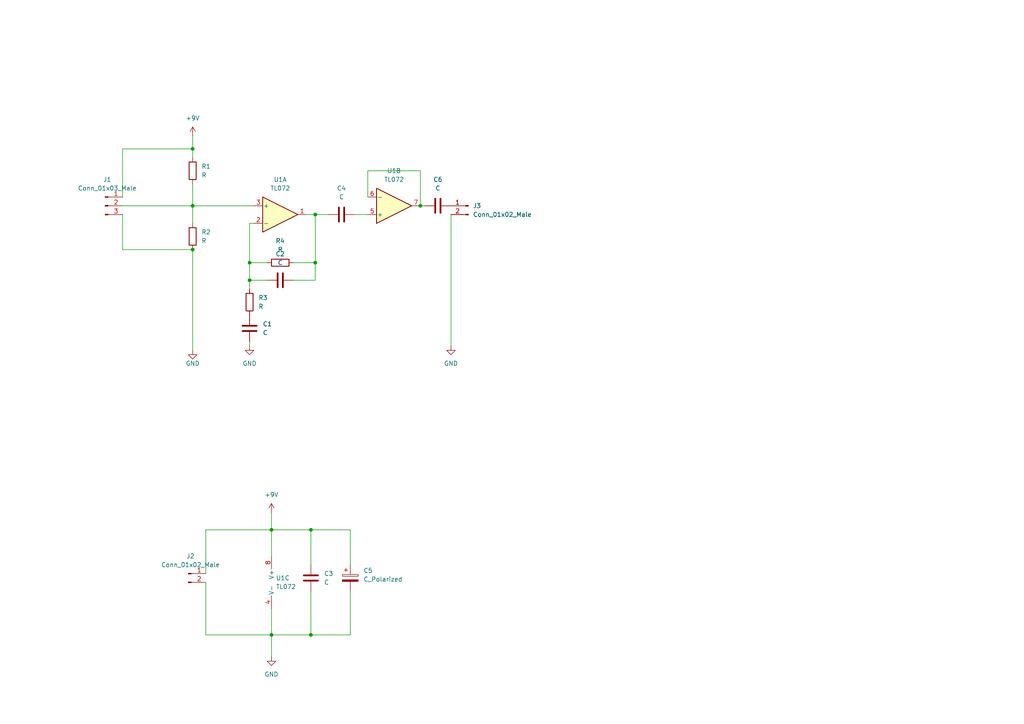
<source format=kicad_sch>
(kicad_sch (version 20211123) (generator eeschema)
  (paper "A4")
  (lib_symbols
    (symbol "Amplifier_Operational:TL072" (pin_names (offset 0.127))
      (property "Reference" "U" (at 0 5.08 0))
      (property "Value" "TL072" (at 0 -5.08 0))
      (symbol "TL072_1_1"
        (polyline (pts (xy -5.08 5.08) (xy 5.08 0) (xy -5.08 -5.08) (xy -5.08 5.08)) (stroke (width 0.254)) (fill (type background)))
        (pin output line (at 7.62 0 180) (length 2.54) (name "~") (number "1"))
        (pin input line (at -7.62 -2.54 0) (length 2.54) (name "-") (number "2"))
        (pin input line (at -7.62 2.54 0) (length 2.54) (name "+") (number "3"))
      )
      (symbol "TL072_2_1"
        (polyline (pts (xy -5.08 5.08) (xy 5.08 0) (xy -5.08 -5.08) (xy -5.08 5.08)) (stroke (width 0.254)) (fill (type background)))
        (pin input line (at -7.62 2.54 0) (length 2.54) (name "+") (number "5"))
        (pin input line (at -7.62 -2.54 0) (length 2.54) (name "-") (number "6"))
        (pin output line (at 7.62 0 180) (length 2.54) (name "~") (number "7"))
      )
      (symbol "TL072_3_1"
        (pin power_in line (at -2.54 -7.62 90) (length 3.81) (name "V-") (number "4"))
        (pin power_in line (at -2.54 7.62 270) (length 3.81) (name "V+") (number "8"))
      )
    )
    (symbol "Connector:Conn_01x02_Male" (pin_names (offset 1.016) hide)
      (property "Reference" "J" (at 0 2.54 0))
      (property "Value" "Conn_01x02_Male" (at 0 -5.08 0))
      (symbol "Conn_01x02_Male_1_1"
        (polyline (pts (xy 1.27 -2.54) (xy 0.8636 -2.54)) (stroke (width 0.1524)))
        (polyline (pts (xy 1.27 0) (xy 0.8636 0)) (stroke (width 0.1524)))
        (rectangle (start 0.8636 -2.413) (end 0 -2.667) (stroke (width 0.1524)) (fill (type outline)))
        (rectangle (start 0.8636 0.127) (end 0 -0.127) (stroke (width 0.1524)) (fill (type outline)))
        (pin passive line (at 5.08 0 180) (length 3.81) (name "Pin_1") (number "1"))
        (pin passive line (at 5.08 -2.54 180) (length 3.81) (name "Pin_2") (number "2"))
      )
    )
    (symbol "Connector:Conn_01x03_Male" (pin_names (offset 1.016) hide)
      (property "Reference" "J" (at 0 5.08 0))
      (property "Value" "Conn_01x03_Male" (at 0 -5.08 0))
      (symbol "Conn_01x03_Male_1_1"
        (polyline (pts (xy 1.27 -2.54) (xy 0.8636 -2.54)) (stroke (width 0.1524)))
        (polyline (pts (xy 1.27 0) (xy 0.8636 0)) (stroke (width 0.1524)))
        (polyline (pts (xy 1.27 2.54) (xy 0.8636 2.54)) (stroke (width 0.1524)))
        (rectangle (start 0.8636 -2.413) (end 0 -2.667) (stroke (width 0.1524)) (fill (type outline)))
        (rectangle (start 0.8636 0.127) (end 0 -0.127) (stroke (width 0.1524)) (fill (type outline)))
        (rectangle (start 0.8636 2.667) (end 0 2.413) (stroke (width 0.1524)) (fill (type outline)))
        (pin passive line (at 5.08 2.54 180) (length 3.81) (name "Pin_1") (number "1"))
        (pin passive line (at 5.08 0 180) (length 3.81) (name "Pin_2") (number "2"))
        (pin passive line (at 5.08 -2.54 180) (length 3.81) (name "Pin_3") (number "3"))
      )
    )
    (symbol "Device:C" (pin_numbers hide) (pin_names (offset 0.254))
      (property "Reference" "C" (at 0.635 2.54 0))
      (property "Value" "C" (at 0.635 -2.54 0))
      (symbol "C_0_1"
        (polyline (pts (xy -2.032 -0.762) (xy 2.032 -0.762)) (stroke (width 0.508)))
        (polyline (pts (xy -2.032 0.762) (xy 2.032 0.762)) (stroke (width 0.508)))
      )
      (symbol "C_1_1"
        (pin passive line (at 0 3.81 270) (length 2.794) (name "~") (number "1"))
        (pin passive line (at 0 -3.81 90) (length 2.794) (name "~") (number "2"))
      )
    )
    (symbol "Device:C_Polarized" (pin_numbers hide) (pin_names (offset 0.254))
      (property "Reference" "C" (at 0.635 2.54 0))
      (property "Value" "C_Polarized" (at 0.635 -2.54 0))
      (symbol "C_Polarized_0_1"
        (rectangle (start -2.286 0.508) (end 2.286 1.016))
        (polyline (pts (xy -1.778 2.286) (xy -0.762 2.286)))
        (polyline (pts (xy -1.27 2.794) (xy -1.27 1.778)))
        (rectangle (start 2.286 -0.508) (end -2.286 -1.016) (fill (type outline)))
      )
      (symbol "C_Polarized_1_1"
        (pin passive line (at 0 3.81 270) (length 2.794) (name "~") (number "1"))
        (pin passive line (at 0 -3.81 90) (length 2.794) (name "~") (number "2"))
      )
    )
    (symbol "Device:R" (pin_numbers hide) (pin_names (offset 0))
      (property "Reference" "R" (at 2.032 0 90))
      (property "Value" "R" (at 0 0 90))
      (symbol "R_0_1"
        (rectangle (start -1.016 -2.54) (end 1.016 2.54) (stroke (width 0.254)))
      )
      (symbol "R_1_1"
        (pin passive line (at 0 3.81 270) (length 1.27) (name "~") (number "1"))
        (pin passive line (at 0 -3.81 90) (length 1.27) (name "~") (number "2"))
      )
    )
    (symbol "power:+9V" (power) (pin_names (offset 0))
      (property "Value" "+9V" (at 0 3.556 0))
      (symbol "+9V_0_1"
        (polyline (pts (xy -0.762 1.27) (xy 0 2.54)))
        (polyline (pts (xy 0 0) (xy 0 2.54)))
        (polyline (pts (xy 0 2.54) (xy 0.762 1.27)))
      )
      (symbol "+9V_1_1"
        (pin power_in line (at 0 0 90) (length 0) hide (name "+9V") (number "1"))
      )
    )
    (symbol "power:GND" (power) (pin_names (offset 0))
      (property "Value" "GND" (at 0 -3.81 0))
      (symbol "GND_0_1"
        (polyline (pts (xy 0 0) (xy 0 -1.27) (xy 1.27 -1.27) (xy 0 -2.54) (xy -1.27 -1.27) (xy 0 -1.27)))
      )
      (symbol "GND_1_1"
        (pin power_in line (at 0 0 270) (length 0) hide (name "GND") (number "1"))
      )
    )
  )
  (junction (at 55.88 72.39))
  (junction (at 90.17 184.15))
  (junction (at 121.92 59.69))
  (junction (at 78.74 153.67))
  (junction (at 72.39 76.2))
  (junction (at 91.44 62.23))
  (junction (at 55.88 59.69))
  (junction (at 55.88 43.18))
  (junction (at 78.74 184.15))
  (junction (at 72.39 81.28))
  (junction (at 90.17 153.67))
  (junction (at 91.44 76.2))
  (wire (pts (xy 91.44 76.2) (xy 91.44 62.23)))
  (wire (pts (xy 78.74 184.15) (xy 90.17 184.15)))
  (wire (pts (xy 35.56 59.69) (xy 55.88 59.69)))
  (wire (pts (xy 90.17 184.15) (xy 101.6 184.15)))
  (wire (pts (xy 101.6 153.67) (xy 101.6 163.83)))
  (wire (pts (xy 59.69 153.67) (xy 78.74 153.67)))
  (wire (pts (xy 55.88 43.18) (xy 55.88 45.72)))
  (wire (pts (xy 78.74 153.67) (xy 78.74 161.29)))
  (wire (pts (xy 78.74 190.5) (xy 78.74 184.15)))
  (wire (pts (xy 91.44 81.28) (xy 91.44 76.2)))
  (wire (pts (xy 55.88 59.69) (xy 55.88 64.77)))
  (wire (pts (xy 78.74 153.67) (xy 90.17 153.67)))
  (wire (pts (xy 55.88 101.6) (xy 55.88 72.39)))
  (wire (pts (xy 72.39 76.2) (xy 72.39 81.28)))
  (wire (pts (xy 55.88 39.37) (xy 55.88 43.18)))
  (wire (pts (xy 35.56 72.39) (xy 55.88 72.39)))
  (wire (pts (xy 106.68 57.15) (xy 106.68 49.53)))
  (wire (pts (xy 72.39 64.77) (xy 73.66 64.77)))
  (wire (pts (xy 35.56 62.23) (xy 35.56 72.39)))
  (wire (pts (xy 85.09 81.28) (xy 91.44 81.28)))
  (wire (pts (xy 35.56 43.18) (xy 55.88 43.18)))
  (wire (pts (xy 72.39 64.77) (xy 72.39 76.2)))
  (wire (pts (xy 59.69 184.15) (xy 78.74 184.15)))
  (wire (pts (xy 55.88 53.34) (xy 55.88 59.69)))
  (wire (pts (xy 35.56 43.18) (xy 35.56 57.15)))
  (wire (pts (xy 59.69 153.67) (xy 59.69 166.37)))
  (wire (pts (xy 72.39 76.2) (xy 77.47 76.2)))
  (wire (pts (xy 90.17 153.67) (xy 101.6 153.67)))
  (wire (pts (xy 55.88 59.69) (xy 73.66 59.69)))
  (wire (pts (xy 106.68 49.53) (xy 121.92 49.53)))
  (wire (pts (xy 72.39 81.28) (xy 77.47 81.28)))
  (wire (pts (xy 101.6 184.15) (xy 101.6 171.45)))
  (wire (pts (xy 130.81 62.23) (xy 130.81 100.33)))
  (wire (pts (xy 91.44 62.23) (xy 88.9 62.23)))
  (wire (pts (xy 72.39 81.28) (xy 72.39 83.82)))
  (wire (pts (xy 102.87 62.23) (xy 106.68 62.23)))
  (wire (pts (xy 78.74 184.15) (xy 78.74 176.53)))
  (wire (pts (xy 121.92 49.53) (xy 121.92 59.69)))
  (wire (pts (xy 90.17 153.67) (xy 90.17 163.83)))
  (wire (pts (xy 91.44 62.23) (xy 95.25 62.23)))
  (wire (pts (xy 90.17 184.15) (xy 90.17 171.45)))
  (wire (pts (xy 59.69 168.91) (xy 59.69 184.15)))
  (wire (pts (xy 123.19 59.69) (xy 121.92 59.69)))
  (wire (pts (xy 78.74 148.59) (xy 78.74 153.67)))
  (wire (pts (xy 72.39 99.06) (xy 72.39 100.33)))
  (wire (pts (xy 85.09 76.2) (xy 91.44 76.2)))
  (symbol (lib_id "power:GND") (at 78.74 190.5 0) (unit 1)
    (property "Reference" "#PWR05" (effects hide))
    (property "Value" "GND" (at 78.74 195.58 0))
  )
  (symbol (lib_id "Connector:Conn_01x02_Male") (at 135.89 59.69 0) (mirror y) (unit 1)
    (property "Reference" "J3" (at 137.16 59.6899 0) (effects (justify right)))
    (property "Value" "Conn_01x02_Male" (at 137.16 62.2299 0) (effects (justify right)))
    (property "Footprint" "Connector_Molex:Molex_SL_171971-0002_1x02_P2.54mm_Vertical" (effects hide))
  )
  (symbol (lib_id "power:GND") (at 55.88 101.6 0) (unit 1)
    (property "Reference" "#PWR02" (effects hide))
    (property "Value" "GND" (at 55.88 105.41 0))
  )
  (symbol (lib_id "power:+9V") (at 55.88 39.37 0) (unit 1)
    (property "Reference" "#PWR01" (effects hide))
    (property "Value" "+9V" (at 55.88 34.29 0))
  )
  (symbol (lib_id "power:GND") (at 72.39 100.33 0) (unit 1)
    (property "Reference" "#PWR03" (effects hide))
    (property "Value" "GND" (at 72.39 105.41 0))
  )
  (symbol (lib_id "Connector:Conn_01x03_Male") (at 30.48 59.69 0) (unit 1)
    (property "Reference" "J1" (at 31.115 52.07 0))
    (property "Value" "Conn_01x03_Male" (at 31.115 54.61 0))
    (property "Footprint" "Connector:FanPinHeader_1x03_P2.54mm_Vertical" (effects hide))
  )
  (symbol (lib_id "power:GND") (at 130.81 100.33 0) (unit 1)
    (property "Reference" "#PWR06" (effects hide))
    (property "Value" "GND" (at 130.81 105.41 0))
  )
  (symbol (lib_id "Device:C") (at 81.28 81.28 90) (unit 1)
    (property "Reference" "C2" (at 81.28 73.66 90))
    (property "Value" "C" (at 81.28 76.2 90))
    (property "Footprint" "Capacitor_THT:C_Disc_D7.5mm_W5.0mm_P10.00mm" (effects hide))
  )
  (symbol (lib_id "Device:R") (at 55.88 49.53 180) (unit 1)
    (property "Reference" "R1" (at 58.42 48.2599 0) (effects (justify right)))
    (property "Value" "R" (at 58.42 50.7999 0) (effects (justify right)))
    (property "Footprint" "Resistor_THT:R_Axial_DIN0207_L6.3mm_D2.5mm_P7.62mm_Horizontal" (effects hide))
  )
  (symbol (lib_id "Device:C") (at 90.17 167.64 0) (unit 1)
    (property "Reference" "C3" (at 93.98 166.3699 0) (effects (justify left)))
    (property "Value" "C" (at 93.98 168.9099 0) (effects (justify left)))
    (property "Footprint" "Capacitor_THT:C_Disc_D7.5mm_W5.0mm_P10.00mm" (effects hide))
  )
  (symbol (lib_id "Device:C") (at 72.39 95.25 180) (unit 1)
    (property "Reference" "C1" (at 76.2 93.9799 0) (effects (justify right)))
    (property "Value" "C" (at 76.2 96.5199 0) (effects (justify right)))
    (property "Footprint" "Capacitor_THT:CP_Radial_D8.0mm_P5.00mm" (effects hide))
  )
  (symbol (lib_id "Device:R") (at 81.28 76.2 90) (unit 1)
    (property "Reference" "R4" (at 81.28 69.85 90))
    (property "Value" "R" (at 81.28 72.39 90))
    (property "Footprint" "Resistor_THT:R_Axial_DIN0207_L6.3mm_D2.5mm_P7.62mm_Horizontal" (effects hide))
  )
  (symbol (lib_id "Device:C") (at 127 59.69 90) (unit 1)
    (property "Reference" "C6" (at 127 52.07 90))
    (property "Value" "C" (at 127 54.61 90))
    (property "Footprint" "Capacitor_THT:C_Disc_D7.5mm_W5.0mm_P10.00mm" (effects hide))
  )
  (symbol (lib_id "Device:C_Polarized") (at 101.6 167.64 0) (unit 1)
    (property "Reference" "C5" (at 105.41 165.4809 0) (effects (justify left)))
    (property "Value" "C_Polarized" (at 105.41 168.0209 0) (effects (justify left)))
    (property "Footprint" "Capacitor_THT:CP_Radial_D8.0mm_P5.00mm" (effects hide))
  )
  (symbol (lib_id "Amplifier_Operational:TL072") (at 81.28 62.23 0) (unit 1)
    (property "Reference" "U1" (at 81.28 52.07 0))
    (property "Value" "TL072" (at 81.28 54.61 0))
    (property "Footprint" "Package_DIP:DIP-8_W7.62mm_LongPads" (effects hide))
    (property "Datasheet" "http://www.ti.com/lit/ds/symlink/tl071.pdf" (effects hide))
  )
  (symbol (lib_id "Device:R") (at 72.39 87.63 180) (unit 1)
    (property "Reference" "R3" (at 74.93 86.3599 0) (effects (justify right)))
    (property "Value" "R" (at 74.93 88.8999 0) (effects (justify right)))
    (property "Footprint" "Resistor_THT:R_Axial_DIN0207_L6.3mm_D2.5mm_P7.62mm_Horizontal" (effects hide))
  )
  (symbol (lib_id "power:+9V") (at 78.74 148.59 0) (unit 1)
    (property "Reference" "#PWR04" (effects hide))
    (property "Value" "+9V" (at 78.74 143.51 0))
  )
  (symbol (lib_id "Connector:Conn_01x02_Male") (at 54.61 166.37 0) (unit 1)
    (property "Reference" "J2" (at 55.245 161.29 0))
    (property "Value" "Conn_01x02_Male" (at 55.245 163.83 0))
    (property "Footprint" "Connector_Molex:Molex_SL_171971-0002_1x02_P2.54mm_Vertical" (effects hide))
  )
  (symbol (lib_id "Device:C") (at 99.06 62.23 90) (unit 1)
    (property "Reference" "C4" (at 99.06 54.61 90))
    (property "Value" "C" (at 99.06 57.15 90))
    (property "Footprint" "Capacitor_THT:C_Disc_D7.5mm_W5.0mm_P10.00mm" (effects hide))
  )
  (symbol (lib_id "Device:R") (at 55.88 68.58 180) (unit 1)
    (property "Reference" "R2" (at 58.42 67.3099 0) (effects (justify right)))
    (property "Value" "R" (at 58.42 69.8499 0) (effects (justify right)))
    (property "Footprint" "Resistor_THT:R_Axial_DIN0207_L6.3mm_D2.5mm_P7.62mm_Horizontal" (effects hide))
  )
  (symbol (lib_id "Amplifier_Operational:TL072") (at 81.28 168.91 0) (unit 3)
    (property "Reference" "U1" (at 80.01 167.6399 0) (effects (justify left)))
    (property "Value" "TL072" (at 80.01 170.1799 0) (effects (justify left)))
    (property "Footprint" "Package_DIP:DIP-8_W7.62mm_LongPads" (effects hide))
    (property "Datasheet" "http://www.ti.com/lit/ds/symlink/tl071.pdf" (effects hide))
  )
  (symbol (lib_id "Amplifier_Operational:TL072") (at 114.3 59.69 0) (mirror x) (unit 2)
    (property "Reference" "U1" (at 114.3 49.53 0))
    (property "Value" "TL072" (at 114.3 52.07 0))
    (property "Footprint" "Package_DIP:DIP-8_W7.62mm_LongPads" (effects hide))
    (property "Datasheet" "http://www.ti.com/lit/ds/symlink/tl071.pdf" (effects hide))
  )
)
</source>
